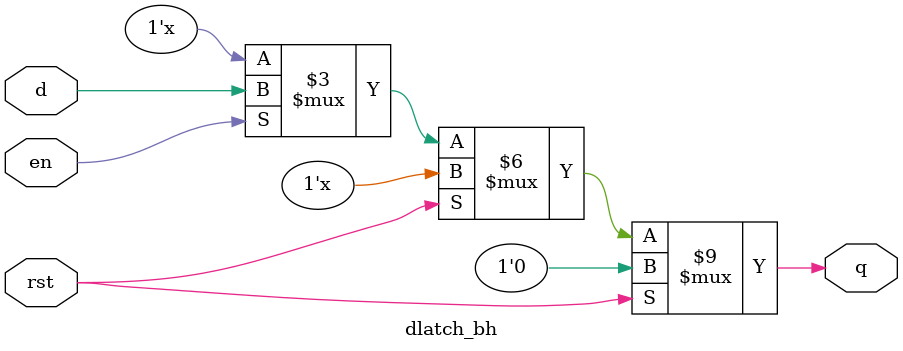
<source format=v>

/**************************************************
P1.1 D-LATCH BEHAVIORAL WITH ASYNC RESET
************************************************/

module dlatch_bh(q,d,en,rst);

	input en,d,rst;
	output reg q;

	always@(en,q,rst)
	if(rst)
		q = 1'b0;
	else if(en) q=d;

endmodule
</source>
